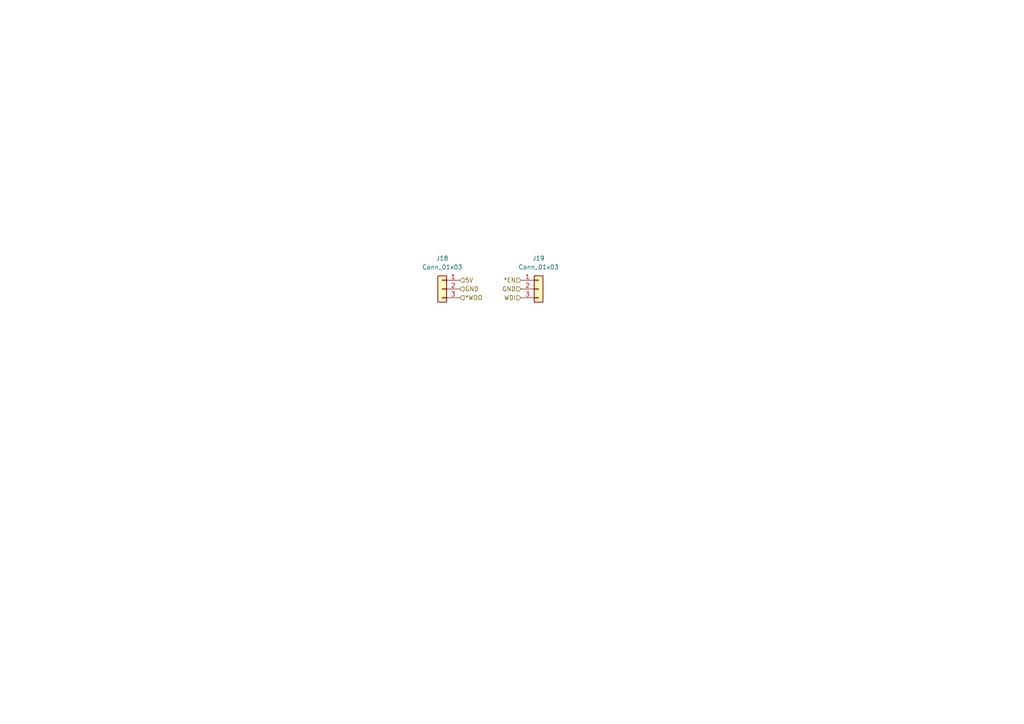
<source format=kicad_sch>
(kicad_sch (version 20231120) (generator "eeschema") (generator_version "8.0")
  (paper "A4")
  (lib_symbols
    (symbol "Connector_Generic:Conn_01x03" (pin_names (offset 1.016) hide)
      (property "Reference" "J" (at 0 5.08 0))
      (property "Value" "Conn_01x03" (at 0 -5.08 0))
      (symbol "Conn_01x03_1_1"
        (rectangle (start -1.27 -2.413) (end 0 -2.667) (stroke (width 0.1524)))
        (rectangle (start -1.27 0.127) (end 0 -0.127) (stroke (width 0.1524)))
        (rectangle (start -1.27 2.667) (end 0 2.413) (stroke (width 0.1524)))
        (rectangle (start -1.27 3.81) (end 1.27 -3.81) (stroke (width 0.254)) (fill (type background)))
        (pin passive line (at -5.08 2.54 0) (length 3.81) (name "Pin_1") (number "1"))
        (pin passive line (at -5.08 0 0) (length 3.81) (name "Pin_2") (number "2"))
        (pin passive line (at -5.08 -2.54 0) (length 3.81) (name "Pin_3") (number "3"))
      )
    )
  )
  (hierarchical_label "*EN" (shape input) (at 151.13 81.28 180))
  (hierarchical_label "GND" (shape input) (at 151.13 83.82 180))
  (hierarchical_label "5V" (shape input) (at 133.35 81.28 0))
  (hierarchical_label "WDI" (shape input) (at 151.13 86.36 180))
  (hierarchical_label "*WDO" (shape input) (at 133.35 86.36 0))
  (hierarchical_label "GND" (shape input) (at 133.35 83.82 0))
  (symbol (lib_id "Connector_Generic:Conn_01x03") (at 128.27 83.82 0) (mirror y) (unit 1)
    (property "Reference" "J18" (at 128.27 74.93 0))
    (property "Value" "Conn_01x03" (at 128.27 77.47 0))
    (property "Footprint" "Connector_PinHeader_2.54mm:PinHeader_1x03_P2.54mm_Vertical" (effects (hide yes)))
    (property "Description" "Generic connector, single row, 01x03, script generated (kicad-library-utils/schlib/autogen/connector/)" (effects (hide yes)))
  )
  (symbol (lib_id "Connector_Generic:Conn_01x03") (at 156.21 83.82 0) (unit 1)
    (property "Reference" "J19" (at 156.21 74.93 0))
    (property "Value" "Conn_01x03" (at 156.21 77.47 0))
    (property "Footprint" "Connector_PinHeader_2.54mm:PinHeader_1x03_P2.54mm_Vertical" (effects (hide yes)))
    (property "Description" "Generic connector, single row, 01x03, script generated (kicad-library-utils/schlib/autogen/connector/)" (effects (hide yes)))
  )
)
</source>
